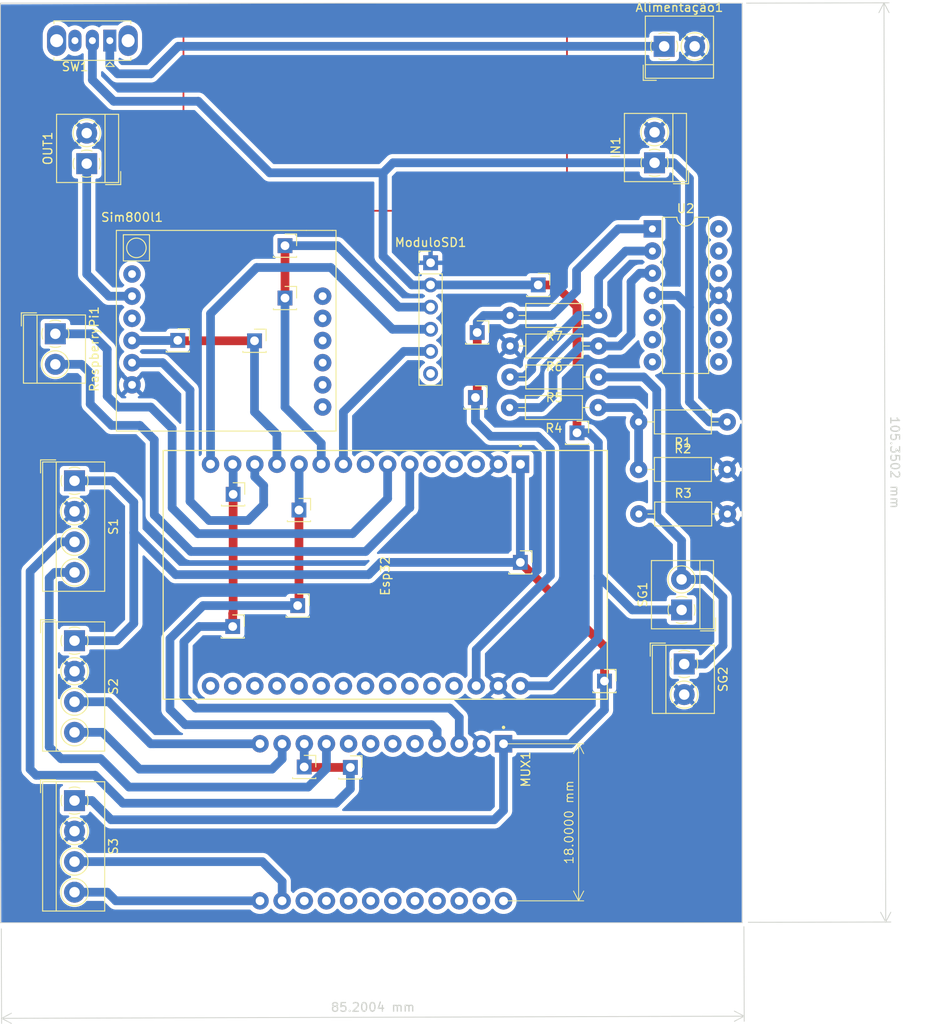
<source format=kicad_pcb>
(kicad_pcb (version 20221018) (generator pcbnew)
  (layers (0 "F.Cu" signal) (31 "B.Cu" signal) (34 "B.Paste" user) (35 "F.Paste" user) (36 "B.SilkS" user "B.Silkscreen") (37 "F.SilkS" user "F.Silkscreen") (38 "B.Mask" user) (39 "F.Mask" user) (44 "Edge.Cuts" user))
  (net 0 "")
  (net 1 "Vin")
  (net 2 "GND")
  (net 3 "3V3")
  (net 4 "SC0")
  (net 5 "SD0")
  (net 6 "SC1")
  (net 7 "SD1")
  (net 8 "SC2")
  (net 9 "SD2")
  (net 16 "VCC")
  (net 17 "MISO")
  (net 18 "MOSI")
  (net 19 "SCK")
  (net 20 "CS")
  (net 21 "4,1V")
  (net 22 "RX")
  (net 23 "TX")
  (net 24 "SDA")
  (net 25 "SCL")
  (net 57 "S+")
  (net 58 "S-")
  (net 59 "RX_Rasp")
  (net 60 "TX_Rasp")
  (net 62 "Vo")
  (net 63 "Net-(U2A--)")
  (net 64 "Net-(U2A-+)")
  (footprint "Connector_PinSocket_2.54mm:PinSocket_1x01_P2.54mm_Vertical" (layer "F.Cu") (at 123.55 100.8)
    (fp_text reference "REF**" hide)
    (fp_text value "PinSocket_1x01_P2.54mm_Vertical" hide)
    (pad "1" thru_hole rect (at 0 0) (size 1.7 1.7) (drill 1) (layers "*.Cu" "*.Mask") (net 1 "Vin"))
  )
  (footprint "Resistor_THT:R_Axial_DIN0207_L6.3mm_D2.5mm_P10.16mm_Horizontal" (layer "F.Cu") (at 126.03 90.85 180)
    (fp_text reference "R6" (at 5.08 -2.37) (layer "F.SilkS"))
    (fp_text value "R")
    (pad "1" thru_hole circle (at 0 0 180) (size 2 2) (drill 0.8) (layers "*.Cu" "*.Mask") (net 64 "Net-(U2A-+)"))
    (pad "2" thru_hole circle (at 10.16 0 180) (size 2 2) (drill 0.8) (layers "*.Cu" "*.Mask") (net 2 "GND"))
  )
  (footprint "Connector_PinSocket_2.54mm:PinSocket_1x01_P2.54mm_Vertical" (layer "F.Cu") (at 117.05 115.65)
    (fp_text reference "REF**" hide)
    (fp_text value "PinSocket_1x01_P2.54mm_Vertical" hide)
    (pad "1" thru_hole rect (at 0 0) (size 1.7 1.7) (drill 1) (layers "*.Cu" "*.Mask") (net 3 "3V3"))
  )
  (footprint "TerminalBlock_4Ucon:TerminalBlock_4Ucon_1x02_P3.50mm_Horizontal" (layer "F.Cu") (at 132.45 69.85 90)
    (fp_text reference "IN1" (at 1.75 -4.46 90) (layer "F.SilkS"))
    (fp_text value "Conn_01x02")
    (pad "1" thru_hole rect (at 0 0 90) (size 2.4 2.4) (drill 1.2) (layers "*.Cu" "*.Mask") (net 1 "Vin"))
    (pad "2" thru_hole circle (at 3.5 0 90) (size 2.4 2.4) (drill 1.2) (layers "*.Cu" "*.Mask") (net 2 "GND"))
  )
  (footprint "Connector_PinSocket_2.54mm:PinSocket_1x01_P2.54mm_Vertical" (layer "F.Cu") (at 86.55 90.25)
    (fp_text reference "REF**" hide)
    (fp_text value "PinSocket_1x01_P2.54mm_Vertical" hide)
    (pad "1" thru_hole rect (at 0 0) (size 1.7 1.7) (drill 1) (layers "*.Cu" "*.Mask") (net 22 "RX"))
  )
  (footprint "Connector_PinSocket_2.54mm:PinSocket_1x01_P2.54mm_Vertical" (layer "F.Cu") (at 90.05 85.35)
    (fp_text reference "REF**" hide)
    (fp_text value "PinSocket_1x01_P2.54mm_Vertical" hide)
    (pad "1" thru_hole rect (at 0 0) (size 1.7 1.7) (drill 1) (layers "*.Cu" "*.Mask") (net 17 "MISO"))
  )
  (footprint "TerminalBlock_4Ucon:TerminalBlock_4Ucon_1x04_P3.50mm_Horizontal" (layer "F.Cu") (at 65.9 106.3 -90)
    (fp_text reference "S1" (at 5.25 -4.46 90) (layer "F.SilkS"))
    (fp_text value "Screw_Terminal_01x04")
    (pad "1" thru_hole rect (at 0 0 270) (size 2.4 2.4) (drill 1.2) (layers "*.Cu" "*.Mask") (net 3 "3V3"))
    (pad "2" thru_hole circle (at 3.5 0 270) (size 2.4 2.4) (drill 1.2) (layers "*.Cu" "*.Mask") (net 2 "GND"))
    (pad "3" thru_hole circle (at 7 0 270) (size 2.4 2.4) (drill 1.2) (layers "*.Cu" "*.Mask") (net 4 "SC0"))
    (pad "4" thru_hole circle (at 10.5 0 270) (size 2.4 2.4) (drill 1.2) (layers "*.Cu" "*.Mask") (net 5 "SD0"))
  )
  (footprint "Connector_PinSocket_2.54mm:PinSocket_1x01_P2.54mm_Vertical" (layer "F.Cu") (at 126.7 129.25)
    (fp_text reference "REF**" hide)
    (fp_text value "PinSocket_1x01_P2.54mm_Vertical" hide)
    (pad "1" thru_hole rect (at 0 0) (size 1.7 1.7) (drill 1) (layers "*.Cu" "*.Mask") (net 3 "3V3"))
  )
  (footprint "Resistor_THT:R_Axial_DIN0207_L6.3mm_D2.5mm_P10.16mm_Horizontal" (layer "F.Cu") (at 130.65 110.1)
    (fp_text reference "R3" (at 5.08 -2.37) (layer "F.SilkS"))
    (fp_text value "R")
    (pad "1" thru_hole circle (at 0 0) (size 2 2) (drill 0.8) (layers "*.Cu" "*.Mask") (net 58 "S-"))
    (pad "2" thru_hole circle (at 10.16 0) (size 2 2) (drill 0.8) (layers "*.Cu" "*.Mask") (net 2 "GND"))
  )
  (footprint "Connector_PinSocket_2.54mm:PinSocket_1x01_P2.54mm_Vertical" (layer "F.Cu") (at 90.05 79.35)
    (fp_text reference "REF**" hide)
    (fp_text value "PinSocket_1x01_P2.54mm_Vertical" hide)
    (pad "1" thru_hole rect (at 0 0) (size 1.7 1.7) (drill 1) (layers "*.Cu" "*.Mask") (net 17 "MISO"))
  )
  (footprint "Connector_PinSocket_2.54mm:PinSocket_1x01_P2.54mm_Vertical" (layer "F.Cu") (at 112.1 89.3)
    (fp_text reference "REF**" hide)
    (fp_text value "PinSocket_1x01_P2.54mm_Vertical" hide)
    (pad "1" thru_hole rect (at 0 0) (size 1.7 1.7) (drill 1) (layers "*.Cu" "*.Mask") (net 62 "Vo"))
  )
  (footprint "Connector_PinHeader_2.54mm:PinHeader_1x06_P2.54mm_Vertical" (layer "F.Cu") (at 106.75 81.31)
    (fp_text reference "ModuloSD1" (at 0 -2.33) (layer "F.SilkS"))
    (fp_text value "Conn_01x06")
    (pad "1" thru_hole rect (at 0 0) (size 1.7 1.7) (drill 1) (layers "*.Cu" "*.Mask") (net 2 "GND"))
    (pad "2" thru_hole oval (at 0 2.54) (size 1.7 1.7) (drill 1) (layers "*.Cu" "*.Mask") (net 1 "Vin"))
    (pad "3" thru_hole oval (at 0 5.08) (size 1.7 1.7) (drill 1) (layers "*.Cu" "*.Mask") (net 17 "MISO"))
    (pad "4" thru_hole oval (at 0 7.62) (size 1.7 1.7) (drill 1) (layers "*.Cu" "*.Mask") (net 18 "MOSI"))
    (pad "5" thru_hole oval (at 0 10.16) (size 1.7 1.7) (drill 1) (layers "*.Cu" "*.Mask") (net 19 "SCK"))
    (pad "6" thru_hole oval (at 0 12.7) (size 1.7 1.7) (drill 1) (layers "*.Cu" "*.Mask") (net 20 "CS"))
  )
  (footprint "TerminalBlock_4Ucon:TerminalBlock_4Ucon_1x02_P3.50mm_Horizontal" (layer "F.Cu") (at 63.7 89.45 -90)
    (fp_text reference "RaspberryPi1" (at 1.75 -4.46 90) (layer "F.SilkS"))
    (fp_text value "Conn_01x02")
    (pad "1" thru_hole rect (at 0 0 270) (size 2.4 2.4) (drill 1.2) (layers "*.Cu" "*.Mask") (net 60 "TX_Rasp"))
    (pad "2" thru_hole circle (at 3.5 0 270) (size 2.4 2.4) (drill 1.2) (layers "*.Cu" "*.Mask") (net 59 "RX_Rasp"))
  )
  (footprint "MUX:MODULE_2717" (layer "F.Cu") (at 101.14 142.25 -90)
    (fp_text reference "MUX1" (at -2.88 -16.53 90) (layer "F.SilkS"))
    (fp_text value "2717" hide)
    (pad "1" thru_hole rect (at -5.81 -13.98 270) (size 2 2) (drill 1) (layers "*.Cu" "*.Mask") (net 3 "3V3"))
    (pad "2" thru_hole circle (at -5.81 -11.44 270) (size 2 2) (drill 1) (layers "*.Cu" "*.Mask") (net 2 "GND"))
    (pad "3" thru_hole circle (at -5.81 -8.9 270) (size 2 2) (drill 1) (layers "*.Cu" "*.Mask") (net 24 "SDA"))
    (pad "4" thru_hole circle (at -5.81 -6.36 270) (size 2 2) (drill 1) (layers "*.Cu" "*.Mask") (net 25 "SCL"))
    (pad "5" thru_hole circle (at -5.81 -3.82 270) (size 2 2) (drill 1) (layers "*.Cu" "*.Mask"))
    (pad "6" thru_hole circle (at -5.81 -1.28 270) (size 2 2) (drill 1) (layers "*.Cu" "*.Mask"))
    (pad "7" thru_hole circle (at -5.81 1.26 270) (size 2 2) (drill 1) (layers "*.Cu" "*.Mask"))
    (pad "8" thru_hole circle (at -5.81 3.8 270) (size 2 2) (drill 1) (layers "*.Cu" "*.Mask"))
    (pad "9" thru_hole circle (at -5.81 6.34 270) (size 2 2) (drill 1) (layers "*.Cu" "*.Mask") (net 5 "SD0"))
    (pad "10" thru_hole circle (at -5.81 8.88 270) (size 2 2) (drill 1) (layers "*.Cu" "*.Mask") (net 4 "SC0"))
    (pad "11" thru_hole circle (at -5.81 11.42 270) (size 2 2) (drill 1) (layers "*.Cu" "*.Mask") (net 7 "SD1"))
    (pad "12" thru_hole circle (at -5.81 13.96 270) (size 2 2) (drill 1) (layers "*.Cu" "*.Mask") (net 6 "SC1"))
    (pad "13" thru_hole circle (at 12.19 13.96 270) (size 2 2) (drill 1) (layers "*.Cu" "*.Mask") (net 9 "SD2"))
    (pad "14" thru_hole circle (at 12.19 11.42 270) (size 2 2) (drill 1) (layers "*.Cu" "*.Mask") (net 8 "SC2"))
    (pad "15" thru_hole circle (at 12.19 8.88 270) (size 2 2) (drill 1) (layers "*.Cu" "*.Mask"))
    (pad "16" thru_hole circle (at 12.19 6.34 270) (size 2 2) (drill 1) (layers "*.Cu" "*.Mask"))
    (pad "17" thru_hole circle (at 12.19 3.8 270) (size 2 2) (drill 1) (layers "*.Cu" "*.Mask"))
    (pad "18" thru_hole circle (at 12.19 1.26 270) (size 2 2) (drill 1) (layers "*.Cu" "*.Mask"))
    (pad "19" thru_hole circle (at 12.19 -1.28 270) (size 2 2) (drill 1) (layers "*.Cu" "*.Mask"))
    (pad "20" thru_hole circle (at 12.19 -3.82 270) (size 2 2) (drill 1) (layers "*.Cu" "*.Mask"))
    (pad "21" thru_hole circle (at 12.19 -6.36 270) (size 2 2) (drill 1) (layers "*.Cu" "*.Mask"))
    (pad "22" thru_hole circle (at 12.19 -8.9 270) (size 2 2) (drill 1) (layers "*.Cu" "*.Mask"))
    (pad "23" thru_hole circle (at 12.19 -11.44 270) (size 2 2) (drill 1) (layers "*.Cu" "*.Mask"))
    (pad "24" thru_hole circle (at 12.19 -13.98 270) (size 2 2) (drill 1) (layers "*.Cu" "*.Mask"))
  )
  (footprint "Package_DIP:DIP-14_W7.62mm" (layer "F.Cu") (at 132.2 77.425)
    (fp_text reference "U2" (at 3.81 -2.33) (layer "F.SilkS"))
    (fp_text value "LM324")
    (pad "1" thru_hole rect (at 0 0) (size 2 2) (drill 0.8) (layers "*.Cu" "*.Mask") (net 62 "Vo"))
    (pad "2" thru_hole circle (at 0 2.54) (size 2 2) (drill 0.8) (layers "*.Cu" "*.Mask") (net 63 "Net-(U2A--)"))
    (pad "3" thru_hole circle (at 0 5.08) (size 2 2) (drill 0.8) (layers "*.Cu" "*.Mask") (net 64 "Net-(U2A-+)"))
    (pad "4" thru_hole circle (at 0 7.62) (size 2 2) (drill 0.8) (layers "*.Cu" "*.Mask") (net 1 "Vin"))
    (pad "5" thru_hole circle (at 0 10.16) (size 2 2) (drill 0.8) (layers "*.Cu" "*.Mask"))
    (pad "6" thru_hole circle (at 0 12.7) (size 2 2) (drill 0.8) (layers "*.Cu" "*.Mask"))
    (pad "7" thru_hole circle (at 0 15.24) (size 2 2) (drill 0.8) (layers "*.Cu" "*.Mask"))
    (pad "8" thru_hole circle (at 7.62 15.24) (size 2 2) (drill 0.8) (layers "*.Cu" "*.Mask"))
    (pad "9" thru_hole circle (at 7.62 12.7) (size 2 2) (drill 0.8) (layers "*.Cu" "*.Mask"))
    (pad "10" thru_hole circle (at 7.62 10.16) (size 2 2) (drill 0.8) (layers "*.Cu" "*.Mask"))
    (pad "11" thru_hole circle (at 7.62 7.62) (size 2 2) (drill 0.8) (layers "*.Cu" "*.Mask") (net 2 "GND"))
    (pad "12" thru_hole circle (at 7.62 5.08) (size 2 2) (drill 0.8) (layers "*.Cu" "*.Mask"))
    (pad "13" thru_hole circle (at 7.62 2.54) (size 2 2) (drill 0.8) (layers "*.Cu" "*.Mask"))
    (pad "14" thru_hole circle (at 7.62 0) (size 2 2) (drill 0.8) (layers "*.Cu" "*.Mask"))
  )
  (footprint "TerminalBlock_4Ucon:TerminalBlock_4Ucon_1x02_P3.50mm_Horizontal" (layer "F.Cu") (at 135.85 127.3 -90)
    (fp_text reference "SG2" (at 1.75 -4.46 90) (layer "F.SilkS"))
    (fp_text value "Conn_01x02")
    (pad "1" thru_hole rect (at 0 0 270) (size 2.4 2.4) (drill 1.2) (layers "*.Cu" "*.Mask") (net 58 "S-"))
    (pad "2" thru_hole circle (at 3.5 0 270) (size 2.4 2.4) (drill 1.2) (layers "*.Cu" "*.Mask") (net 2 "GND"))
  )
  (footprint "TerminalBlock_4Ucon:TerminalBlock_4Ucon_1x02_P3.50mm_Horizontal" (layer "F.Cu") (at 135.55 121.1 90)
    (fp_text reference "SG1" (at 1.75 -4.46 90) (layer "F.SilkS"))
    (fp_text value "Conn_01x02")
    (pad "1" thru_hole rect (at 0 0 90) (size 2.4 2.4) (drill 1.2) (layers "*.Cu" "*.Mask") (net 1 "Vin"))
    (pad "2" thru_hole circle (at 3.5 0 90) (size 2.4 2.4) (drill 1.2) (layers "*.Cu" "*.Mask") (net 58 "S-"))
  )
  (footprint "Resistor_THT:R_Axial_DIN0207_L6.3mm_D2.5mm_P10.16mm_Horizontal" (layer "F.Cu") (at 126.03 87.35 180)
    (fp_text reference "R7" (at 5.08 -2.37) (layer "F.SilkS"))
    (fp_text value "R")
    (pad "1" thru_hole circle (at 0 0 180) (size 2 2) (drill 0.8) (layers "*.Cu" "*.Mask") (net 63 "Net-(U2A--)"))
    (pad "2" thru_hole circle (at 10.16 0 180) (size 2 2) (drill 0.8) (layers "*.Cu" "*.Mask") (net 62 "Vo"))
  )
  (footprint "Connector_PinSocket_2.54mm:PinSocket_1x01_P2.54mm_Vertical" (layer "F.Cu") (at 84.1 107.85)
    (fp_text reference "REF**" hide)
    (fp_text value "PinSocket_1x01_P2.54mm_Vertical" hide)
    (pad "1" thru_hole rect (at 0 0) (size 1.7 1.7) (drill 1) (layers "*.Cu" "*.Mask") (net 24 "SDA"))
  )
  (footprint "Connector_PinSocket_2.54mm:PinSocket_1x01_P2.54mm_Vertical" (layer "F.Cu") (at 111.9 96.75)
    (fp_text reference "REF**" hide)
    (fp_text value "PinSocket_1x01_P2.54mm_Vertical" hide)
    (pad "1" thru_hole rect (at 0 0) (size 1.7 1.7) (drill 1) (layers "*.Cu" "*.Mask") (net 62 "Vo"))
  )
  (footprint "TerminalBlock_4Ucon:TerminalBlock_4Ucon_1x04_P3.50mm_Horizontal" (layer "F.Cu") (at 65.9 124.625 -90)
    (fp_text reference "S2" (at 5.25 -4.46 90) (layer "F.SilkS"))
    (fp_text value "Screw_Terminal_01x04")
    (pad "1" thru_hole rect (at 0 0 270) (size 2.4 2.4) (drill 1.2) (layers "*.Cu" "*.Mask") (net 3 "3V3"))
    (pad "2" thru_hole circle (at 3.5 0 270) (size 2.4 2.4) (drill 1.2) (layers "*.Cu" "*.Mask") (net 2 "GND"))
    (pad "3" thru_hole circle (at 7 0 270) (size 2.4 2.4) (drill 1.2) (layers "*.Cu" "*.Mask") (net 6 "SC1"))
    (pad "4" thru_hole circle (at 10.5 0 270) (size 2.4 2.4) (drill 1.2) (layers "*.Cu" "*.Mask") (net 7 "SD1"))
  )
  (footprint "TerminalBlock_4Ucon:TerminalBlock_4Ucon_1x02_P3.50mm_Horizontal" (layer "F.Cu") (at 133.55 56.5)
    (fp_text reference "Alimentação1" (at 1.75 -4.46) (layer "F.SilkS"))
    (fp_text value "Conn_01x02")
    (pad "1" thru_hole rect (at 0 0) (size 2.4 2.4) (drill 1.2) (layers "*.Cu" "*.Mask") (net 16 "VCC"))
    (pad "2" thru_hole circle (at 3.5 0) (size 2.4 2.4) (drill 1.2) (layers "*.Cu" "*.Mask") (net 2 "GND"))
  )
  (footprint "Button_Switch_THT:SW_Slide_1P2T_CK_OS102011MS2Q" (layer "F.Cu") (at 69.95 55.85 180)
    (fp_text reference "SW1" (at 3.99 -2.99) (layer "F.SilkS"))
    (fp_text value "SW_DIP_x01")
    (pad "" thru_hole oval (at -2.1 0 180) (size 2.2 3.5) (drill 1.5) (layers "*.Cu" "*.Mask"))
    (pad "" thru_hole oval (at 6.1 0 180) (size 2.2 3.5) (drill 1.5) (layers "*.Cu" "*.Mask"))
    (pad "1" thru_hole rect (at 0 0 180) (size 1.5 2.5) (drill 0.8) (layers "*.Cu" "*.Mask") (net 16 "VCC"))
    (pad "2" thru_hole oval (at 2 0 180) (size 1.5 2.5) (drill 0.8) (layers "*.Cu" "*.Mask") (net 1 "Vin"))
    (pad "3" thru_hole oval (at 4 0 180) (size 1.5 2.5) (drill 0.8) (layers "*.Cu" "*.Mask"))
  )
  (footprint "ESP32-DEVKIT-V1:MODULE_ESP32_DEVKIT_V1" (layer "F.Cu") (at 101.55 117.1 -90)
    (fp_text reference "Esp32" (at 0.1 0 90) (layer "F.SilkS"))
    (fp_text value "ESP32-DEVKIT-V1")
    (pad "1" thru_hole rect (at -12.7 -15.515 270) (size 2 2) (drill 1.02) (layers "*.Cu" "*.Mask") (net 3 "3V3"))
    (pad "2" thru_hole circle (at -12.7 -12.975 270) (size 2 2) (drill 1.02) (layers "*.Cu" "*.Mask") (net 2 "GND"))
    (pad "3" thru_hole circle (at -12.7 -10.435 270) (size 2 2) (drill 1.02) (layers "*.Cu" "*.Mask"))
    (pad "4" thru_hole circle (at -12.7 -7.895 270) (size 2 2) (drill 1.02) (layers "*.Cu" "*.Mask"))
    (pad "5" thru_hole circle (at -12.7 -5.355 270) (size 2 2) (drill 1.02) (layers "*.Cu" "*.Mask"))
    (pad "6" thru_hole circle (at -12.7 -2.815 270) (size 2 2) (drill 1.02) (layers "*.Cu" "*.Mask") (net 59 "RX_Rasp"))
    (pad "7" thru_hole circle (at -12.7 -0.275 270) (size 2 2) (drill 1.02) (layers "*.Cu" "*.Mask") (net 60 "TX_Rasp"))
    (pad "8" thru_hole circle (at -12.7 2.265 270) (size 2 2) (drill 1.02) (layers "*.Cu" "*.Mask"))
    (pad "9" thru_hole circle (at -12.7 4.805 270) (size 2 2) (drill 1.02) (layers "*.Cu" "*.Mask") (net 19 "SCK"))
    (pad "10" thru_hole circle (at -12.7 7.345 270) (size 2 2) (drill 1.02) (layers "*.Cu" "*.Mask") (net 17 "MISO"))
    (pad "11" thru_hole circle (at -12.7 9.885 270) (size 2 2) (drill 1.02) (layers "*.Cu" "*.Mask") (net 25 "SCL"))
    (pad "12" thru_hole circle (at -12.7 12.425 270) (size 2 2) (drill 1.02) (layers "*.Cu" "*.Mask") (net 22 "RX"))
    (pad "13" thru_hole circle (at -12.7 14.965 270) (size 2 2) (drill 1.02) (layers "*.Cu" "*.Mask") (net 23 "TX"))
    (pad "14" thru_hole circle (at -12.7 17.505 270) (size 2 2) (drill 1.02) (layers "*.Cu" "*.Mask") (net 24 "SDA"))
    (pad "15" thru_hole circle (at -12.7 20.045 270) (size 2 2) (drill 1.02) (layers "*.Cu" "*.Mask") (net 18 "MOSI"))
    (pad "16" thru_hole circle (at 12.7 20.045 270) (size 2 2) (drill 1.02) (layers "*.Cu" "*.Mask"))
    (pad "17" thru_hole circle (at 12.7 17.505 270) (size 2 2) (drill 1.02) (layers "*.Cu" "*.Mask"))
    (pad "18" thru_hole circle (at 12.7 14.965 270) (size 2 2) (drill 1.02) (layers "*.Cu" "*.Mask"))
    (pad "19" thru_hole circle (at 12.7 12.425 270) (size 2 2) (drill 1.02) (layers "*.Cu" "*.Mask"))
    (pad "20" thru_hole circle (at 12.7 9.885 270) (size 2 2) (drill 1.02) (layers "*.Cu" "*.Mask"))
    (pad "21" thru_hole circle (at 12.7 7.345 270) (size 2 2) (drill 1.02) (layers "*.Cu" "*.Mask"))
    (pad "22" thru_hole circle (at 12.7 4.805 270) (size 2 2) (drill 1.02) (layers "*.Cu" "*.Mask"))
    (pad "23" thru_hole circle (at 12.7 2.265 270) (size 2 2) (drill 1.02) (layers "*.Cu" "*.Mask"))
    (pad "24" thru_hole circle (at 12.7 -0.275 270) (size 2 2) (drill 1.02) (layers "*.Cu" "*.Mask"))
    (pad "25" thru_hole circle (at 12.7 -2.815 270) (size 2 2) (drill 1.02) (layers "*.Cu" "*.Mask"))
    (pad "26" thru_hole circle (at 12.7 -5.355 270) (size 2 2) (drill 1.02) (layers "*.Cu" "*.Mask"))
    (pad "27" thru_hole circle (at 12.7 -7.895 270) (size 2 2) (drill 1.02) (layers "*.Cu" "*.Mask"))
    (pad "28" thru_hole circle (at 12.7 -10.435 270) (size 2 2) (drill 1.02) (layers "*.Cu" "*.Mask") (net 62 "Vo"))
    (pad "29" thru_hole circle (at 12.7 -12.975 270) (size 2 2) (drill 1.02) (layers "*.Cu" "*.Mask") (net 2 "GND"))
    (pad "30" thru_hole circle (at 12.7 -15.515 270) (size 2 2) (drill 1.02) (layers "*.Cu" "*.Mask") (net 1 "Vin"))
  )
  (footprint "TerminalBlock_4Ucon:TerminalBlock_4Ucon_1x02_P3.50mm_Horizontal" (layer "F.Cu") (at 67.3 69.95 90)
    (fp_text reference "OUT1" (at 1.75 -4.46 90) (layer "F.SilkS"))
    (fp_text value "Conn_01x02")
    (pad "1" thru_hole rect (at 0 0 90) (size 2.4 2.4) (drill 1.2) (layers "*.Cu" "*.Mask") (net 21 "4,1V"))
    (pad "2" thru_hole circle (at 3.5 0 90) (size 2.4 2.4) (drill 1.2) (layers "*.Cu" "*.Mask") (net 2 "GND"))
  )
  (footprint "Connector_PinSocket_2.54mm:PinSocket_1x01_P2.54mm_Vertical" (layer "F.Cu") (at 91.65 109.65)
    (fp_text reference "REF**" hide)
    (fp_text value "PinSocket_1x01_P2.54mm_Vertical" hide)
    (pad "1" thru_hole rect (at 0 0) (size 1.7 1.7) (drill 1) (layers "*.Cu" "*.Mask") (net 25 "SCL"))
  )
  (footprint "Connector_PinSocket_2.54mm:PinSocket_1x01_P2.54mm_Vertical" (layer "F.Cu") (at 97.55 139.15)
    (fp_text reference "REF**" hide)
    (fp_text value "PinSocket_1x01_P2.54mm_Vertical" hide)
    (pad "1" thru_hole rect (at 0 0) (size 1.7 1.7) (drill 1) (layers "*.Cu" "*.Mask") (net 4 "SC0"))
  )
  (footprint "Resistor_THT:R_Axial_DIN0207_L6.3mm_D2.5mm_P10.16mm_Horizontal" (layer "F.Cu") (at 140.78 99.55 180)
    (fp_text reference "R1" (at 5.08 -2.37) (layer "F.SilkS"))
    (fp_text value "R")
    (pad "1" thru_hole circle (at 0 0 180) (size 2 2) (drill 0.8) (layers "*.Cu" "*.Mask") (net 1 "Vin"))
    (pad "2" thru_hole circle (at 10.16 0 180) (size 2 2) (drill 0.8) (layers "*.Cu" "*.Mask") (net 57 "S+"))
  )
  (footprint "Connector_PinSocket_2.54mm:PinSocket_1x01_P2.54mm_Vertical" (layer "F.Cu") (at 91.5 120.6)
    (fp_text reference "REF**" hide)
    (fp_text value "PinSocket_1x01_P2.54mm_Vertical" hide)
    (pad "1" thru_hole rect (at 0 0) (size 1.7 1.7) (drill 1) (layers "*.Cu" "*.Mask") (net 25 "SCL"))
  )
  (footprint "Resistor_THT:R_Axial_DIN0207_L6.3mm_D2.5mm_P10.16mm_Horizontal" (layer "F.Cu") (at 130.62 105)
    (fp_text reference "R2" (at 5.08 -2.37) (layer "F.SilkS"))
    (fp_text value "R")
    (pad "1" thru_hole circle (at 0 0) (size 2 2) (drill 0.8) (layers "*.Cu" "*.Mask") (net 57 "S+"))
    (pad "2" thru_hole circle (at 10.16 0) (size 2 2) (drill 0.8) (layers "*.Cu" "*.Mask") (net 2 "GND"))
  )
  (footprint "Connector_PinSocket_2.54mm:PinSocket_1x01_P2.54mm_Vertical" (layer "F.Cu") (at 84.05 123)
    (fp_text reference "REF**" hide)
    (fp_text value "PinSocket_1x01_P2.54mm_Vertical" hide)
    (pad "1" thru_hole rect (at 0 0) (size 1.7 1.7) (drill 1) (layers "*.Cu" "*.Mask") (net 24 "SDA"))
  )
  (footprint "SIM800L-Core-Module-KiCad-Footprint-main:SIM800L-CORE" (layer "F.Cu") (at 72.5 82.6)
    (fp_text reference "Sim800l1" (at 0 -6.5 unlocked) (layer "F.SilkS"))
    (fp_text value "SIM800L-CORE")
    (pad "1" thru_hole circle (at 0 0) (size 2 2) (drill 0.9) (layers "*.Cu" "*.Mask"))
    (pad "2" thru_hole circle (at 0 2.54) (size 2 2) (drill 0.9) (layers "*.Cu" "*.Mask") (net 21 "4,1V"))
    (pad "3" thru_hole circle (at 0 5.08) (size 2 2) (drill 0.9) (layers "*.Cu" "*.Mask"))
    (pad "4" thru_hole circle (at 0 7.62) (size 2 2) (drill 0.9) (layers "*.Cu" "*.Mask") (net 22 "RX"))
    (pad "5" thru_hole circle (at 0 10.16) (size 2 2) (drill 0.9) (layers "*.Cu" "*.Mask") (net 23 "TX"))
    (pad "6" thru_hole circle (at 0 12.7) (size 2 2) (drill 0.9) (layers "*.Cu" "*.Mask") (net 2 "GND"))
    (pad "7" thru_hole circle (at 21.87 15.24) (size 2 2) (drill 0.9) (layers "*.Cu" "*.Mask"))
    (pad "8" thru_hole circle (at 21.87 12.7) (size 2 2) (drill 0.9) (layers "*.Cu" "*.Mask"))
    (pad "9" thru_hole circle (at 21.87 10.16) (size 2 2) (drill 0.9) (layers "*.Cu" "*.Mask"))
    (pad "10" thru_hole circle (at 21.87 7.62) (size 2 2) (drill 0.9) (layers "*.Cu" "*.Mask"))
    (pad "11" thru_hole circle (at 21.87 5.08) (size 2 2) (drill 0.9) (layers "*.Cu" "*.Mask"))
    (pad "12" thru_hole circle (at 21.87 2.54) (size 2 2) (drill 0.9) (layers "*.Cu" "*.Mask"))
  )
  (footprint "Connector_PinSocket_2.54mm:PinSocket_1x01_P2.54mm_Vertical" (layer "F.Cu") (at 77.75 90.2)
    (fp_text reference "REF**" hide)
    (fp_text value "PinSocket_1x01_P2.54mm_Vertical" hide)
    (pad "1" thru_hole rect (at 0 0) (size 1.7 1.7) (drill 1) (layers "*.Cu" "*.Mask") (net 22 "RX"))
  )
  (footprint "TerminalBlock_4Ucon:TerminalBlock_4Ucon_1x04_P3.50mm_Horizontal" (layer "F.Cu") (at 65.9 142.95 -90)
    (fp_text reference "S3" (at 5.25 -4.46 90) (layer "F.SilkS"))
    (fp_text value "Screw_Terminal_01x04")
    (pad "1" thru_hole rect (at 0 0 270) (size 2.4 2.4) (drill 1.2) (layers "*.Cu" "*.Mask") (net 3 "3V3"))
    (pad "2" thru_hole circle (at 3.5 0 270) (size 2.4 2.4) (drill 1.2) (layers "*.Cu" "*.Mask") (net 2 "GND"))
    (pad "3" thru_hole circle (at 7 0 270) (size 2.4 2.4) (drill 1.2) (layers "*.Cu" "*.Mask") (net 8 "SC2"))
    (pad "4" thru_hole circle (at 10.5 0 270) (size 2.4 2.4) (drill 1.2) (layers "*.Cu" "*.Mask") (net 9 "SD2"))
  )
  (footprint "Connector_PinSocket_2.54mm:PinSocket_1x01_P2.54mm_Vertical" (layer "F.Cu") (at 92.25 139.1)
    (fp_text reference "REF**" hide)
    (fp_text value "PinSocket_1x01_P2.54mm_Vertical" hide)
    (pad "1" thru_hole rect (at 0 0) (size 1.7 1.7) (drill 1) (layers "*.Cu" "*.Mask") (net 4 "SC0"))
  )
  (footprint "Resistor_THT:R_Axial_DIN0207_L6.3mm_D2.5mm_P10.16mm_Horizontal" (layer "F.Cu") (at 125.98 97.9 180)
    (fp_text reference "R4" (at 5.08 -2.37) (layer "F.SilkS"))
    (fp_text value "R")
    (pad "1" thru_hole circle (at 0 0 180) (size 2 2) (drill 0.8) (layers "*.Cu" "*.Mask") (net 57 "S+"))
    (pad "2" thru_hole circle (at 10.16 0 180) (size 2 2) (drill 0.8) (layers "*.Cu" "*.Mask") (net 64 "Net-(U2A-+)"))
  )
  (footprint "Connector_PinSocket_2.54mm:PinSocket_1x01_P2.54mm_Vertical" (layer "F.Cu") (at 119.1 83.85)
    (fp_text reference "REF**" hide)
    (fp_text value "PinSocket_1x01_P2.54mm_Vertical" hide)
    (pad "1" thru_hole rect (at 0 0) (size 1.7 1.7) (drill 1) (layers "*.Cu" "*.Mask") (net 1 "Vin"))
  )
  (footprint "Resistor_THT:R_Axial_DIN0207_L6.3mm_D2.5mm_P10.16mm_Horizontal" (layer "F.Cu") (at 126.03 94.4 180)
    (fp_text reference "R5" (at 5.08 -2.37) (layer "F.SilkS"))
    (fp_text value "R")
    (pad "1" thru_hole circle (at 0 0 180) (size 2 2) (drill 0.8) (layers "*.Cu" "*.Mask") (net 58 "S-"))
    (pad "2" thru_hole circle (at 10.16 0 180) (size 2 2) (drill 0.8) (layers "*.Cu" "*.Mask") (net 63 "Net-(U2A--)"))
  )
  (gr_rect (start 78.4 52.35) (end 122.4 75.35) (stroke (width 0.2)) (fill none) (layer "F.Cu"))
  (gr_rect (start 57.4 51.55) (end 142.5 156.95) (stroke (width 0.1)) (fill none) (layer "Edge.Cuts"))
  (dimension (type aligned) (layer "Edge.Cuts") (pts (xy 142.7 156.9) (xy 142.5 51.55)) (height 16.269923) (gr_text "105.3502 mm" (at 160.019892 104.19193 -89.89122789) (layer "Edge.Cuts") (effects (font (size 1 1) (thickness 0.15)))) (format (prefix "") (suffix "") (units 3) (units_format 1) (precision 4)) (style (thickness 0.1) (arrow_length 1.27) (text_position_mode 0) (extension_height 0.58642) (extension_offset 0.5) keep_text_aligned))
  (dimension (type aligned) (layer "Edge.Cuts") (pts (xy 142.7 156.9) (xy 57.5 157.15)) (height -10.758621) (gr_text "85.2004 mm" (at 100.128195 166.63358 0.1681209363) (layer "Edge.Cuts") (effects (font (size 1 1) (thickness 0.15)))) (format (prefix "") (suffix "") (units 3) (units_format 1) (precision 4)) (style (thickness 0.1) (arrow_length 1.27) (text_position_mode 0) (extension_height 0.58642) (extension_offset 0.5) keep_text_aligned))
  (segment (start 121.05 83.85) (end 119.1 83.85) (width 1) (layer "F.Cu") (net 1))
  (segment (start 123.55 100.8) (end 123.55 86.35) (width 1) (layer "F.Cu") (net 1))
  (segment (start 123.55 86.35) (end 121.05 83.85) (width 1) (layer "F.Cu") (net 1))
  (segment (start 136.45 86.4) (end 136.45 71.65) (width 1) (layer "B.Cu") (net 1))
  (segment (start 101.3 80.55) (end 104.6 83.85) (width 1) (layer "B.Cu") (net 1))
  (segment (start 101.3 71) (end 101.3 80.55) (width 1) (layer "B.Cu") (net 1))
  (segment (start 67.95 55.85) (end 67.95 60.35) (width 1) (layer "B.Cu") (net 1))
  (segment (start 136.45 86.4) (end 135.095 85.045) (width 1) (layer "B.Cu") (net 1))
  (segment (start 129.9 121.1) (end 126 117.2) (width 1) (layer "B.Cu") (net 1))
  (segment (start 138.75 99.55) (end 136.45 97.25) (width 1) (layer "B.Cu") (net 1))
  (segment (start 135.55 121.1) (end 129.9 121.1) (width 1) (layer "B.Cu") (net 1))
  (segment (start 134.65 69.85) (end 132.45 69.85) (width 1) (layer "B.Cu") (net 1))
  (segment (start 70.4 62.8) (end 80.1 62.8) (width 1) (layer "B.Cu") (net 1))
  (segment (start 126 117.5) (end 126 124.35) (width 1) (layer "B.Cu") (net 1))
  (segment (start 136.45 71.65) (end 134.65 69.85) (width 1) (layer "B.Cu") (net 1))
  (segment (start 126 101.9) (end 126 117.2) (width 1) (layer "B.Cu") (net 1))
  (segment (start 132.45 69.85) (end 102.45 69.85) (width 1) (layer "B.Cu") (net 1))
  (segment (start 126 117.2) (end 126 117.5) (width 1) (layer "B.Cu") (net 1))
  (segment (start 140.78 99.55) (end 138.75 99.55) (width 1) (layer "B.Cu") (net 1))
  (segment (start 136.45 97.25) (end 136.45 86.4) (width 1) (layer "B.Cu") (net 1))
  (segment (start 120.55 129.8) (end 117.065 129.8) (width 1) (layer "B.Cu") (net 1))
  (segment (start 119.1 83.85) (end 106.75 83.85) (width 1) (layer "B.Cu") (net 1))
  (segment (start 67.95 60.35) (end 70.4 62.8) (width 1) (layer "B.Cu") (net 1))
  (segment (start 102.45 69.85) (end 101.3 71) (width 1) (layer "B.Cu") (net 1))
  (segment (start 80.1 62.8) (end 88.3 71) (width 1) (layer "B.Cu") (net 1))
  (segment (start 104.6 83.85) (end 106.75 83.85) (width 1) (layer "B.Cu") (net 1))
  (segment (start 135.095 85.045) (end 132.2 85.045) (width 1) (layer "B.Cu") (net 1))
  (segment (start 88.3 71) (end 101.3 71) (width 1) (layer "B.Cu") (net 1))
  (segment (start 124.9 100.8) (end 126 101.9) (width 1) (layer "B.Cu") (net 1))
  (segment (start 126 124.35) (end 120.55 129.8) (width 1) (layer "B.Cu") (net 1))
  (segment (start 123.55 100.8) (end 124.9 100.8) (width 1) (layer "B.Cu") (net 1))
  (segment (start 126.7 129.25) (end 126.7 125.3) (width 1) (layer "F.Cu") (net 3))
  (segment (start 126.7 125.3) (end 117.05 115.65) (width 1) (layer "F.Cu") (net 3))
  (segment (start 126.7 129.25) (end 126.7 132.55) (width 1) (layer "B.Cu") (net 3))
  (segment (start 65.9 142.95) (end 67.9 142.95) (width 1) (layer "B.Cu") (net 3))
  (segment (start 117.05 115.65) (end 117.05 104.415) (width 1) (layer "B.Cu") (net 3))
  (segment (start 77.5 117.05) (end 72.7 112.25) (width 1) (layer "B.Cu") (net 3))
  (segment (start 72.7 112.25) (end 72.7 108.75) (width 1) (layer "B.Cu") (net 3))
  (segment (start 67.9 142.95) (end 70.1 145.15) (width 1) (layer "B.Cu") (net 3))
  (segment (start 101.05 115.65) (end 99.65 117.05) (width 1) (layer "B.Cu") (net 3))
  (segment (start 117.05 115.65) (end 101.05 115.65) (width 1) (layer "B.Cu") (net 3))
  (segment (start 122.81 136.44) (end 126.7 132.55) (width 1) (layer "B.Cu") (net 3))
  (segment (start 115.12 144.08) (end 115.12 136.44) (width 1) (layer "B.Cu") (net 3))
  (segment (start 70.725 124.625) (end 65.9 124.625) (width 1) (layer "B.Cu") (net 3))
  (segment (start 99.65 117.05) (end 77.5 117.05) (width 1) (layer "B.Cu") (net 3))
  (segment (start 72.7 112.25) (end 72.7 122.65) (width 1) (layer "B.Cu") (net 3))
  (segment (start 117.05 104.415) (end 117.065 104.4) (width 1) (layer "B.Cu") (net 3))
  (segment (start 115.12 136.44) (end 122.81 136.44) (width 1) (layer "B.Cu") (net 3))
  (segment (start 72.7 122.65) (end 70.725 124.625) (width 1) (layer "B.Cu") (net 3))
  (segment (start 70.25 106.3) (end 65.9 106.3) (width 1) (layer "B.Cu") (net 3))
  (segment (start 70.1 145.15) (end 114.05 145.15) (width 1) (layer "B.Cu") (net 3))
  (segment (start 72.7 108.75) (end 70.25 106.3) (width 1) (layer "B.Cu") (net 3))
  (segment (start 114.05 145.15) (end 115.12 144.08) (width 1) (layer "B.Cu") (net 3))
  (segment (start 92.3 139.15) (end 92.25 139.1) (width 1) (layer "F.Cu") (net 4))
  (segment (start 97.55 139.15) (end 92.3 139.15) (width 1) (layer "F.Cu") (net 4))
  (segment (start 60.8 139.35) (end 61.5 140.05) (width 1) (layer "B.Cu") (net 4))
  (segment (start 61.5 140.05) (end 68.25 140.05) (width 1) (layer "B.Cu") (net 4))
  (segment (start 65.9 113.3) (end 64.202944 113.3) (width 1) (layer "B.Cu") (net 4))
  (segment (start 95.9 143.25) (end 97.55 141.6) (width 1) (layer "B.Cu") (net 4))
  (segment (start 92.25 139.1) (end 92.25 136.45) (width 1) (layer "B.Cu") (net 4))
  (segment (start 97.55 141.6) (end 97.55 139.15) (width 1) (layer "B.Cu") (net 4))
  (segment (start 60.8 116.702944) (end 60.8 139.35) (width 1) (layer "B.Cu") (net 4))
  (segment (start 68.25 140.05) (end 71.45 143.25) (width 1) (layer "B.Cu") (net 4))
  (segment (start 64.202944 113.3) (end 60.8 116.702944) (width 1) (layer "B.Cu") (net 4))
  (segment (start 71.45 143.25) (end 95.9 143.25) (width 1) (layer "B.Cu") (net 4))
  (segment (start 92.25 136.45) (end 92.26 136.44) (width 1) (layer "B.Cu") (net 4))
  (segment (start 63 136.8) (end 64.35 138.15) (width 1) (layer "B.Cu") (net 5))
  (segment (start 72.15 141.4) (end 92.7 141.4) (width 1) (layer "B.Cu") (net 5))
  (segment (start 92.7 141.4) (end 94.8 139.3) (width 1) (layer "B.Cu") (net 5))
  (segment (start 63 117.45) (end 63 136.8) (width 1) (layer "B.Cu") (net 5))
  (segment (start 68.9 138.15) (end 72.15 141.4) (width 1) (layer "B.Cu") (net 5))
  (segment (start 65.9 116.8) (end 63.65 116.8) (width 1) (layer "B.Cu") (net 5))
  (segment (start 63.65 116.8) (end 63 117.45) (width 1) (layer "B.Cu") (net 5))
  (segment (start 64.35 138.15) (end 68.9 138.15) (width 1) (layer "B.Cu") (net 5))
  (segment (start 94.8 139.3) (end 94.8 136.44) (width 1) (layer "B.Cu") (net 5))
  (segment (start 69.825 131.625) (end 65.9 131.625) (width 1) (layer "B.Cu") (net 6))
  (segment (start 74.95 136.45) (end 74.96 136.44) (width 1) (layer "B.Cu") (net 6))
  (segment (start 74.64 136.44) (end 69.825 131.625) (width 1) (layer "B.Cu") (net 6))
  (segment (start 74.96 136.44) (end 74.64 136.44) (width 1) (layer "B.Cu") (net 6))
  (segment (start 74.96 136.44) (end 87.18 136.44) (width 1) (layer "B.Cu") (net 6))
  (segment (start 89.72 138.18) (end 88.55 139.35) (width 1) (layer "B.Cu") (net 7))
  (segment (start 89.72 136.44) (end 89.72 138.18) (width 1) (layer "B.Cu") (net 7))
  (segment (start 73.35 139.35) (end 69.125 135.125) (width 1) (layer "B.Cu") (net 7))
  (segment (start 88.55 139.35) (end 73.35 139.35) (width 1) (layer "B.Cu") (net 7))
  (segment (start 69.125 135.125) (end 65.9 135.125) (width 1) (layer "B.Cu") (net 7))
  (segment (start 89.72 152.22) (end 87.45 149.95) (width 1) (layer "B.Cu") (net 8))
  (segment (start 89.72 154.44) (end 89.72 152.22) (width 1) (layer "B.Cu") (net 8))
  (segment (start 87.45 149.95) (end 65.9 149.95) (width 1) (layer "B.Cu") (net 8))
  (segment (start 87.18 154.44) (end 70.64 154.44) (width 1) (layer "B.Cu") (net 9))
  (segment (start 69.65 153.45) (end 65.9 153.45) (width 1) (layer "B.Cu") (net 9))
  (segment (start 70.64 154.44) (end 69.65 153.45) (width 1) (layer "B.Cu") (net 9))
  (segment (start 70.85 59.65) (end 69.95 58.75) (width 1) (layer "B.Cu") (net 16))
  (segment (start 77.8 56.5) (end 74.65 59.65) (width 1) (layer "B.Cu") (net 16))
  (segment (start 133.55 56.5) (end 77.8 56.5) (width 1) (layer "B.Cu") (net 16))
  (segment (start 74.65 59.65) (end 70.85 59.65) (width 1) (layer "B.Cu") (net 16))
  (segment (start 69.95 58.75) (end 69.95 55.85) (width 1) (layer "B.Cu") (net 16))
  (segment (start 90.05 85.35) (end 90.05 79.35) (width 1) (layer "F.Cu") (net 17))
  (segment (start 90.05 97.85) (end 94.205 102.005) (width 1) (layer "B.Cu") (net 17))
  (segment (start 94.205 102.005) (end 94.205 104.4) (width 1) (layer "B.Cu") (net 17))
  (segment (start 90.05 85.35) (end 90.05 97.85) (width 1) (layer "B.Cu") (net 17))
  (segment (start 103.09 86.39) (end 96.05 79.35) (width 1) (layer "B.Cu") (net 17))
  (segment (start 96.05 79.35) (end 90.05 79.35) (width 1) (layer "B.Cu") (net 17))
  (segment (start 106.75 86.39) (end 103.09 86.39) (width 1) (layer "B.Cu") (net 17))
  (segment (start 86.8 81.85) (end 81.505 87.145) (width 1) (layer "B.Cu") (net 18))
  (segment (start 81.505 87.145) (end 81.505 104.4) (width 1) (layer "B.Cu") (net 18))
  (segment (start 102.38 88.93) (end 95.3 81.85) (width 1) (layer "B.Cu") (net 18))
  (segment (start 106.75 88.93) (end 102.38 88.93) (width 1) (layer "B.Cu") (net 18))
  (segment (start 95.3 81.85) (end 86.8 81.85) (width 1) (layer "B.Cu") (net 18))
  (segment (start 106.75 91.47) (end 103.68 91.47) (width 1) (layer "B.Cu") (net 19))
  (segment (start 103.68 91.47) (end 96.745 98.405) (width 1) (layer "B.Cu") (net 19))
  (segment (start 96.745 98.405) (end 96.745 104.4) (width 1) (layer "B.Cu") (net 19))
  (segment (start 67.3 69.95) (end 67.3 82.6) (width 1) (layer "B.Cu") (net 21))
  (segment (start 67.3 82.6) (end 69.84 85.14) (width 1) (layer "B.Cu") (net 21))
  (segment (start 69.84 85.14) (end 72.5 85.14) (width 1) (layer "B.Cu") (net 21))
  (segment (start 77.8 90.25) (end 77.75 90.2) (width 1) (layer "F.Cu") (net 22))
  (segment (start 86.55 90.25) (end 77.8 90.25) (width 1) (layer "F.Cu") (net 22))
  (segment (start 89.125 100.975) (end 89.125 104.4) (width 1) (layer "B.Cu") (net 22))
  (segment (start 86.55 98.4) (end 89.125 100.975) (width 1) (layer "B.Cu") (net 22))
  (segment (start 72.5 90.22) (end 77.73 90.22) (width 1) (layer "B.Cu") (net 22))
  (segment (start 77.73 90.22) (end 77.75 90.2) (width 1) (layer "B.Cu") (net 22))
  (segment (start 86.55 90.25) (end 86.55 98.4) (width 1) (layer "B.Cu") (net 22))
  (segment (start 87.6 109.05) (end 85.8 110.85) (width 1) (layer "B.Cu") (net 23))
  (segment (start 79.15 95.9) (end 76.01 92.76) (width 1) (layer "B.Cu") (net 23))
  (segment (start 76.01 92.76) (end 72.5 92.76) (width 1) (layer "B.Cu") (net 23))
  (segment (start 86.585 105.835) (end 87.6 106.85) (width 1) (layer "B.Cu") (net 23))
  (segment (start 81.35 110.85) (end 79.15 108.65) (width 1) (layer "B.Cu") (net 23))
  (segment (start 79.15 108.65) (end 79.15 95.9) (width 1) (layer "B.Cu") (net 23))
  (segment (start 85.8 110.85) (end 81.35 110.85) (width 1) (layer "B.Cu") (net 23))
  (segment (start 86.585 104.4) (end 86.585 105.835) (width 1) (layer "B.Cu") (net 23))
  (segment (start 87.6 106.85) (end 87.6 109.05) (width 1) (layer "B.Cu") (net 23))
  (segment (start 84.05 121.5) (end 84.1 121.45) (width 1) (layer "F.Cu") (net 24))
  (segment (start 84.1 107.85) (end 84.1 121.45) (width 1) (layer "F.Cu") (net 24))
  (segment (start 84.05 123) (end 84.05 121.5) (width 1) (layer "F.Cu") (net 24))
  (segment (start 108.95 132.35) (end 110.05 133.45) (width 1) (layer "B.Cu") (net 24))
  (segment (start 78.45 131) (end 79.8 132.35) (width 1) (layer "B.Cu") (net 24))
  (segment (start 80.2 123) (end 78.45 124.75) (width 1) (layer "B.Cu") (net 24))
  (segment (start 110.04 136.44) (end 110.04 133.46) (width 1) (layer "B.Cu") (net 24))
  (segment (start 78.45 124.75) (end 78.45 131) (width 1) (layer "B.Cu") (net 24))
  (segment (start 84.045 107.845) (end 84.05 107.85) (width 1) (layer "B.Cu") (net 24))
  (segment (start 84.1 104.455) (end 84.045 104.4) (width 1) (layer "B.Cu") (net 24))
  (segment (start 110.04 133.46) (end 110.05 133.45) (width 1) (layer "B.Cu") (net 24))
  (segment (start 84.1 107.85) (end 84.1 104.455) (width 1) (layer "B.Cu") (net 24))
  (segment (start 84.05 123) (end 80.2 123) (width 1) (layer "B.Cu") (net 24))
  (segment (start 79.8 132.35) (end 108.95 132.35) (width 1) (layer "B.Cu") (net 24))
  (segment (start 91.65 109.65) (end 91.65 120.45) (width 1) (layer "F.Cu") (net 25))
  (segment (start 91.65 120.45) (end 91.5 120.6) (width 1) (layer "F.Cu") (net 25))
  (segment (start 107.5 134.9) (end 106.85 134.25) (width 1) (layer "B.Cu") (net 25))
  (segment (start 107.5 136.44) (end 107.5 134.9) (width 1) (layer "B.Cu") (net 25))
  (segment (start 91.665 104.4) (end 91.665 109.635) (width 1) (layer "B.Cu") (net 25))
  (segment (start 91.665 109.635) (end 91.65 109.65) (width 1) (layer "B.Cu") (net 25))
  (segment (start 91.5 120.6) (end 80.65 120.6) (width 1) (layer "B.Cu") (net 25))
  (segment (start 78.6 134.25) (end 106.85 134.25) (width 1) (layer "B.Cu") (net 25))
  (segment (start 76.85 132.5) (end 78.6 134.25) (width 1) (layer "B.Cu") (net 25))
  (segment (start 76.85 124.4) (end 76.85 132.5) (width 1) (layer "B.Cu") (net 25))
  (segment (start 80.65 120.6) (end 76.85 124.4) (width 1) (layer "B.Cu") (net 25))
  (segment (start 130.62 105) (end 130.62 99.55) (width 1) (layer "B.Cu") (net 57))
  (segment (start 130.62 98.52) (end 130 97.9) (width 1) (layer "B.Cu") (net 57))
  (segment (start 130 97.9) (end 125.98 97.9) (width 1) (layer "B.Cu") (net 57))
  (segment (start 130.62 99.55) (end 130.62 98.52) (width 1) (layer "B.Cu") (net 57))
  (segment (start 132.7 110.1) (end 130.65 110.1) (width 1) (layer "B.Cu") (net 58))
  (segment (start 135.55 113.15) (end 132.7 110.3) (width 1) (layer "B.Cu") (net 58))
  (segment (start 132.7 95.9) (end 131.2 94.4) (width 1) (layer "B.Cu") (net 58))
  (segment (start 132.7 110.3) (end 132.7 110.1) (width 1) (layer "B.Cu") (net 58))
  (segment (start 140.3 119.65) (end 138.25 117.6) (width 1) (layer "B.Cu") (net 58))
  (segment (start 135.85 127.3) (end 138.2 127.3) (width 1) (layer "B.Cu") (net 58))
  (segment (start 138.25 117.6) (end 135.55 117.6) (width 1) (layer "B.Cu") (net 58))
  (segment (start 132.7 110.1) (end 132.7 95.9) (width 1) (layer "B.Cu") (net 58))
  (segment (start 135.55 117.6) (end 135.55 113.15) (width 1) (layer "B.Cu") (net 58))
  (segment (start 140.3 125.2) (end 140.3 119.65) (width 1) (layer "B.Cu") (net 58))
  (segment (start 131.2 94.4) (end 126.03 94.4) (width 1) (layer "B.Cu") (net 58))
  (segment (start 138.2 127.3) (end 140.3 125.2) (width 1) (layer "B.Cu") (net 58))
  (segment (start 75.05 101.6) (end 73.4 99.95) (width 1) (layer "B.Cu") (net 59))
  (segment (start 104.315 109.385) (end 99.3 114.4) (width 1) (layer "B.Cu") (net 59))
  (segment (start 99.3 114.4) (end 79.25 114.4) (width 1) (layer "B.Cu") (net 59))
  (segment (start 104.365 104.4) (end 104.365 109.385) (width 1) (layer "B.Cu") (net 59))
  (segment (start 67.7 93.95) (end 66.7 92.95) (width 1) (layer "B.Cu") (net 59))
  (segment (start 79.25 114.4) (end 75.05 110.2) (width 1) (layer "B.Cu") (net 59))
  (segment (start 75.05 110.2) (end 75.05 101.6) (width 1) (layer "B.Cu") (net 59))
  (segment (start 73.4 99.95) (end 70.15 99.95) (width 1) (layer "B.Cu") (net 59))
  (segment (start 104.365 109.385) (end 104.315 109.385) (width 1) (layer "B.Cu") (net 59))
  (segment (start 66.7 92.95) (end 63.7 92.95) (width 1) (layer "B.Cu") (net 59))
  (segment (start 67.7 97.5) (end 67.7 93.95) (width 1) (layer "B.Cu") (net 59))
  (segment (start 70.15 99.95) (end 67.7 97.5) (width 1) (layer "B.Cu") (net 59))
  (segment (start 97.8 112.35) (end 80.05 112.35) (width 1) (layer "B.Cu") (net 60))
  (segment (start 67.85 89.45) (end 63.7 89.45) (width 1) (layer "B.Cu") (net 60))
  (segment (start 77.1 100.3) (end 74.65 97.85) (width 1) (layer "B.Cu") (net 60))
  (segment (start 101.825 108.325) (end 97.8 112.35) (width 1) (layer "B.Cu") (net 60))
  (segment (start 74.65 97.85) (end 70.9 97.85) (width 1) (layer "B.Cu") (net 60))
  (segment (start 70.9 97.85) (end 69.65 96.6) (width 1) (layer "B.Cu") (net 60))
  (segment (start 101.825 104.4) (end 101.825 108.325) (width 1) (layer "B.Cu") (net 60))
  (segment (start 69.65 91.25) (end 67.85 89.45) (width 1) (layer "B.Cu") (net 60))
  (segment (start 77.1 109.4) (end 77.1 100.3) (width 1) (layer "B.Cu") (net 60))
  (segment (start 80.05 112.35) (end 77.1 109.4) (width 1) (layer "B.Cu") (net 60))
  (segment (start 69.65 96.6) (end 69.65 91.25) (width 1) (layer "B.Cu") (net 60))
  (segment (start 112.1 89.3) (end 112.1 96.55) (width 1) (layer "F.Cu") (net 62))
  (segment (start 112.1 96.55) (end 111.9 96.75) (width 1) (layer "F.Cu") (net 62))
  (segment (start 123.5 84.55) (end 123.5 82.2) (width 1) (layer "B.Cu") (net 62))
  (segment (start 113.65 101.2) (end 111.9 99.45) (width 1) (layer "B.Cu") (net 62))
  (segment (start 119.05 101.2) (end 113.65 101.2) (width 1) (layer "B.Cu") (net 62))
  (segment (start 115.87 87.35) (end 112.85 87.35) (width 1) (layer "B.Cu") (net 62))
  (segment (start 112.85 87.35) (end 112.1 88.1) (width 1) (layer "B.Cu") (net 62))
  (segment (start 112.1 88.1) (end 112.1 89.3) (width 1) (layer "B.Cu") (net 62))
  (segment (start 123.5 82.2) (end 128.275 77.425) (width 1) (layer "B.Cu") (net 62))
  (segment (start 128.275 77.425) (end 132.2 77.425) (width 1) (layer "B.Cu") (net 62))
  (segment (start 115.87 87.35) (end 120.7 87.35) (width 1) (layer "B.Cu") (net 62))
  (segment (start 111.985 129.8) (end 111.985 125.665) (width 1) (layer "B.Cu") (net 62))
  (segment (start 120.5 117.15) (end 120.5 102.65) (width 1) (layer "B.Cu") (net 62))
  (segment (start 111.985 125.665) (end 120.5 117.15) (width 1) (layer "B.Cu") (net 62))
  (segment (start 120.5 102.65) (end 119.05 101.2) (width 1) (layer "B.Cu") (net 62))
  (segment (start 120.7 87.35) (end 123.5 84.55) (width 1) (layer "B.Cu") (net 62))
  (segment (start 111.9 99.45) (end 111.9 96.75) (width 1) (layer "B.Cu") (net 62))
  (segment (start 117.5 94.4) (end 115.87 94.4) (width 1) (layer "B.Cu") (net 63))
  (segment (start 118.35 93.55) (end 117.5 94.4) (width 1) (layer "B.Cu") (net 63))
  (segment (start 129.135 79.965) (end 126.03 83.07) (width 1) (layer "B.Cu") (net 63))
  (segment (start 126.03 83.07) (end 126.03 87.35) (width 1) (layer "B.Cu") (net 63))
  (segment (start 118.35 92.75) (end 118.35 93.55) (width 1) (layer "B.Cu") (net 63))
  (segment (start 123.75 87.35) (end 118.35 92.75) (width 1) (layer "B.Cu") (net 63))
  (segment (start 126.03 87.35) (end 123.75 87.35) (width 1) (layer "B.Cu") (net 63))
  (segment (start 132.2 79.965) (end 129.135 79.965) (width 1) (layer "B.Cu") (net 63))
  (segment (start 124 90.85) (end 120.8 94.05) (width 1) (layer "B.Cu") (net 64))
  (segment (start 119.45 97.9) (end 115.82 97.9) (width 1) (layer "B.Cu") (net 64))
  (segment (start 129.75 89.55) (end 128.45 90.85) (width 1) (layer "B.Cu") (net 64))
  (segment (start 132.2 82.505) (end 130.745 82.505) (width 1) (layer "B.Cu") (net 64))
  (segment (start 129.75 83.5) (end 129.75 89.55) (width 1) (layer "B.Cu") (net 64))
  (segment (start 130.745 82.505) (end 129.75 83.5) (width 1) (layer "B.Cu") (net 64))
  (segment (start 120.8 96.55) (end 119.45 97.9) (width 1) (layer "B.Cu") (net 64))
  (segment (start 128.45 90.85) (end 126.03 90.85) (width 1) (layer "B.Cu") (net 64))
  (segment (start 120.8 94.05) (end 120.8 96.55) (width 1) (layer "B.Cu") (net 64))
  (segment (start 126.03 90.85) (end 124 90.85) (width 1) (layer "B.Cu") (net 64))
  (zone (net 2) (net_name "GND") (layer "B.Cu") (connect_pads (clearance 0.5)) (min_thickness 0.25) (fill yes (thermal_gap 0.5) (thermal_bridge_width 0.5))
    (polygon (pts (xy 57.4 51.7) (xy 142.6 51.45) (xy 142.7 156.9) (xy 57.5 157.15)))
  )
)
</source>
